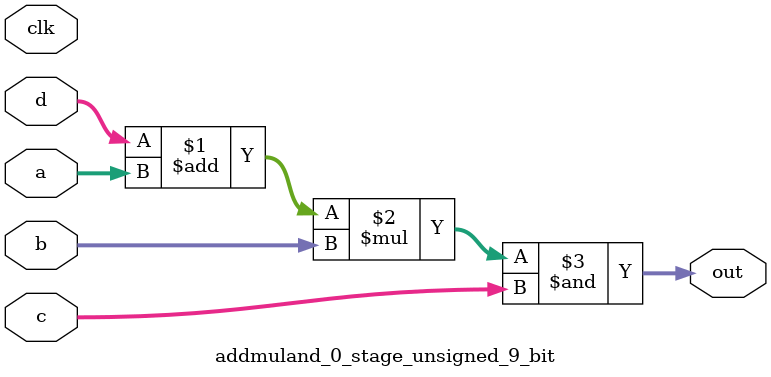
<source format=sv>
(* use_dsp = "yes" *) module addmuland_0_stage_unsigned_9_bit(
	input  [8:0] a,
	input  [8:0] b,
	input  [8:0] c,
	input  [8:0] d,
	output [8:0] out,
	input clk);

	assign out = ((d + a) * b) & c;
endmodule

</source>
